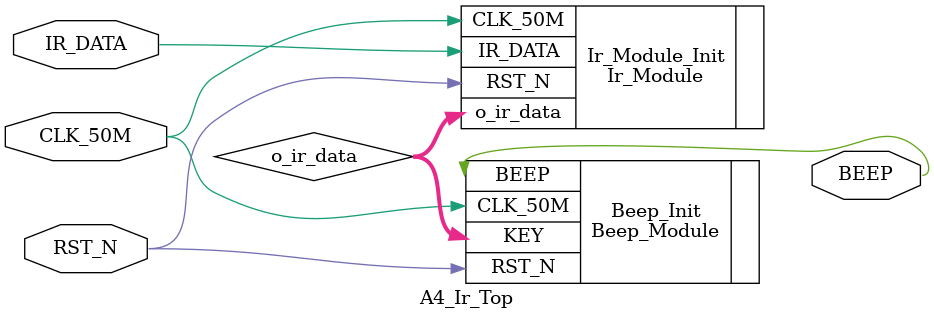
<source format=v>
module A4_Ir_Top
(
	//输入端口
	CLK_50M,RST_N,IR_DATA,
	//输出端口
	BEEP		
);

//---------------------------------------------------------------------------
//--	外部端口声明
//---------------------------------------------------------------------------
input					CLK_50M;			//时钟的端口,开发板用的50M晶振
input					RST_N;			//复位的端口,低电平复位
input					IR_DATA;			//红外端口
output				BEEP;				//蜂鸣器端口

//---------------------------------------------------------------------------
//--	内部端口声明
//---------------------------------------------------------------------------
wire 		[7:0]		o_ir_data;		//接收到红外的完整数据

//---------------------------------------------------------------------------
//--	逻辑功能实现	
//---------------------------------------------------------------------------
//例化红外模块
Ir_Module			Ir_Module_Init
(
	.CLK_50M			(CLK_50M		),	//时钟端口
	.RST_N			(RST_N		),	//复位端口
	.IR_DATA			(IR_DATA		),	//红外端口
	.o_ir_data		(o_ir_data	)	//接收的红外的完整数据
);	

//例化蜂鸣器模块
Beep_Module			Beep_Init
(
	.CLK_50M			(CLK_50M		),	//时钟端口
	.RST_N			(RST_N		),	//复位端口
	.BEEP				(BEEP			),	//蜂鸣器端口
	.KEY				(o_ir_data	)	//将接收的数据输出给蜂鸣器模块
);

endmodule



</source>
